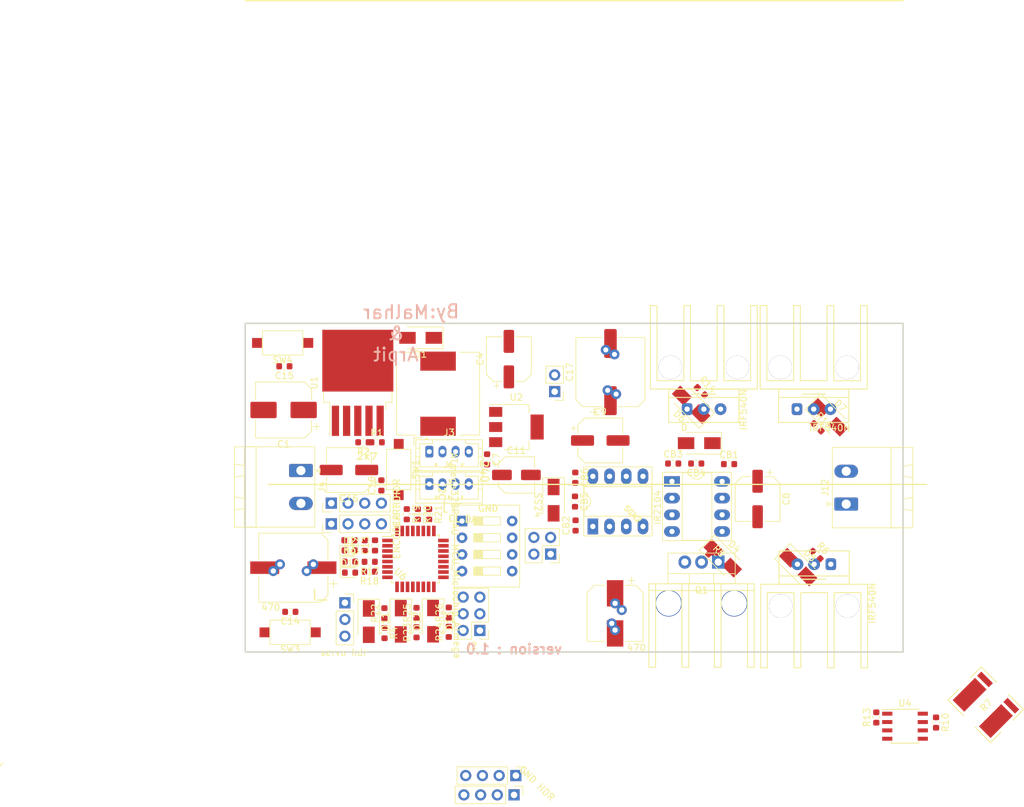
<source format=kicad_pcb>
(kicad_pcb (version 20171130) (host pcbnew "(5.0.2)-1")
  (layers (0 F.Cu signal) (31 B.Cu signal) (34 B.Paste user hide) (35 F.Paste user hide) (36 B.SilkS user hide) (37 F.SilkS user) (38 B.Mask user hide) (39 F.Mask user hide) (44 Edge.Cuts user))
  (net 0 "")
  (net 1 +5V)
  (net 2 GND)
  (net 3 +15V)
  (net 4 "Net-(D2-Pad1)")
  (net 5 "Net-(D4-Pad1)")
  (net 6 "Net-(D6-Pad1)")
  (net 7 "Net-(D12-Pad1)")
  (net 8 VCC)
  (net 9 "Net-(D1-Pad1)")
  (net 10 "Net-(D7-Pad1)")
  (net 11 "Net-(D9-Pad2)")
  (net 12 "Net-(D10-Pad2)")
  (net 13 "Net-(D11-Pad1)")
  (net 14 "Net-(R10-Pad1)")
  (net 15 "Net-(SW2-Pad1)")
  (net 16 "Net-(D5-Pad1)")
  (net 17 "Net-(C8-Pad2)")
  (net 18 "Net-(C8-Pad1)")
  (net 19 "Net-(C9-Pad2)")
  (net 20 "Net-(C9-Pad1)")
  (net 21 /RST)
  (net 22 "Net-(D4-Pad2)")
  (net 23 "Net-(D5-Pad2)")
  (net 24 "Net-(D6-Pad2)")
  (net 25 "Net-(D7-Pad2)")
  (net 26 "Net-(D13-Pad1)")
  (net 27 /SDA)
  (net 28 /SCL)
  (net 29 /MISO)
  (net 30 /SCK)
  (net 31 /MOSI)
  (net 32 /svo)
  (net 33 /B)
  (net 34 /A)
  (net 35 /SGN1)
  (net 36 /IN1)
  (net 37 /IN2)
  (net 38 /SGN2)
  (net 39 /M2)
  (net 40 /M1)
  (net 41 /IS+)
  (net 42 "Net-(R1-Pad1)")
  (net 43 /~SD)
  (net 44 /Isense)
  (net 45 "Net-(SW2-Pad2)")
  (net 46 "Net-(SW2-Pad3)")
  (net 47 "Net-(SW2-Pad4)")
  (net 48 "Net-(C14-Pad1)")
  (net 49 "Net-(C15-Pad1)")
  (net 50 "Net-(R17-Pad1)")
  (net 51 "Net-(R18-Pad1)")
  (net 52 /TX)
  (net 53 /RX)
  (net 54 "Net-(U4-Pad7)")
  (net 55 "Net-(U6-Pad10)")
  (net 56 "Net-(U6-Pad19)")
  (net 57 "Net-(U6-Pad20)")
  (net 58 "Net-(Q2-Pad3)")
  (net 59 /IS-)
  (module Connector_JST:JST_PH_B4B-PH-K_1x04_P2.00mm_Vertical (layer F.Cu) (at 133.32206 124.44984)
    (fp_text reference J1 (at 3 -2.9) (layer F.SilkS))
    (fp_text value "I2C HDR")
    (pad 4 thru_hole oval (at 6 0) (size 1.2 1.75) (drill 0.75) (layers *.Cu *.Mask) (net 1 +5V))
    (pad 3 thru_hole oval (at 4 0) (size 1.2 1.75) (drill 0.75) (layers *.Cu *.Mask) (net 2 GND))
    (pad 2 thru_hole oval (at 2 0) (size 1.2 1.75) (drill 0.75) (layers *.Cu *.Mask) (net 27 /SDA))
    (pad 1 thru_hole roundrect (at 0 0) (size 1.2 1.75) (drill 0.75) (layers *.Cu *.Mask) (roundrect_rratio 0.208333) (net 28 /SCL))
  )
  (module Connector_JST:JST_PH_B4B-PH-K_1x04_P2.00mm_Vertical (layer F.Cu) (at 133.32206 119.51716)
    (fp_text reference J3 (at 3 -2.9) (layer F.SilkS))
    (fp_text value "I2C HDR")
    (pad 1 thru_hole roundrect (at 0 0) (size 1.2 1.75) (drill 0.75) (layers *.Cu *.Mask) (roundrect_rratio 0.208333) (net 28 /SCL))
    (pad 2 thru_hole oval (at 2 0) (size 1.2 1.75) (drill 0.75) (layers *.Cu *.Mask) (net 27 /SDA))
    (pad 3 thru_hole oval (at 4 0) (size 1.2 1.75) (drill 0.75) (layers *.Cu *.Mask) (net 2 GND))
    (pad 4 thru_hole oval (at 6 0) (size 1.2 1.75) (drill 0.75) (layers *.Cu *.Mask) (net 1 +5V))
  )
  (module LED_SMD:LED_0603_1608Metric (layer F.Cu) (at 121.21137 134.539934)
    (fp_text reference D2 (at 0 -1.43) (layer F.SilkS))
    (fp_text value POWER_LED)
    (pad 1 smd roundrect (at -0.787501 0) (size 0.875 0.95) (layers F.Cu F.Paste F.Mask) (net 4 "Net-(D2-Pad1)"))
    (pad 2 smd roundrect (at 0.787501 0) (size 0.875 0.95) (layers F.Cu F.Paste F.Mask) (net 1 +5V))
  )
  (module LED_SMD:LED_0603_1608Metric (layer F.Cu) (at 121.25489 136.249359)
    (fp_text reference D9 (at 0 -1.43) (layer F.SilkS))
    (fp_text value LED)
    (pad 2 smd roundrect (at 0.787501 0) (size 0.875 0.95) (layers F.Cu F.Paste F.Mask) (net 11 "Net-(D9-Pad2)"))
    (pad 1 smd roundrect (at -0.787501 0) (size 0.875 0.95) (layers F.Cu F.Paste F.Mask) (net 2 GND))
  )
  (module LED_SMD:LED_0603_1608Metric (layer F.Cu) (at 121.274646 137.917891)
    (fp_text reference D10 (at 0 -1.43) (layer F.SilkS))
    (fp_text value LED)
    (pad 1 smd roundrect (at -0.787501 0) (size 0.875 0.95) (layers F.Cu F.Paste F.Mask) (net 2 GND))
    (pad 2 smd roundrect (at 0.787501 0) (size 0.875 0.95) (layers F.Cu F.Paste F.Mask) (net 12 "Net-(D10-Pad2)"))
  )
  (module Resistor_SMD:R_0603_1608Metric (layer F.Cu) (at 124.266038 136.270305 180)
    (fp_text reference R17 (at 0 -1.43 180) (layer F.SilkS))
    (fp_text value 540)
    (pad 2 smd roundrect (at 0.787501 0 180) (size 0.875 0.95) (layers F.Cu F.Paste F.Mask) (net 11 "Net-(D9-Pad2)"))
    (pad 1 smd roundrect (at -0.787501 0 180) (size 0.875 0.95) (layers F.Cu F.Paste F.Mask) (net 50 "Net-(R17-Pad1)"))
  )
  (module Resistor_SMD:R_0603_1608Metric (layer F.Cu) (at 136.279834 144.000976 90)
    (fp_text reference R26 (at 0 -1.43 90) (layer F.SilkS))
    (fp_text value 1K)
    (pad 1 smd roundrect (at -0.7875 0 90) (size 0.875 0.95) (layers F.Cu F.Paste F.Mask) (net 38 /SGN2))
    (pad 2 smd roundrect (at 0.7875 0 90) (size 0.875 0.95) (layers F.Cu F.Paste F.Mask) (net 26 "Net-(D13-Pad1)"))
  )
  (module Resistor_SMD:R_0603_1608Metric (layer F.Cu) (at 131.377977 144.054501 90)
    (fp_text reference R25 (at 0 -1.43 90) (layer F.SilkS))
    (fp_text value 1K)
    (pad 2 smd roundrect (at 0.7875 0 90) (size 0.875 0.95) (layers F.Cu F.Paste F.Mask) (net 7 "Net-(D12-Pad1)"))
    (pad 1 smd roundrect (at -0.7875 0 90) (size 0.875 0.95) (layers F.Cu F.Paste F.Mask) (net 35 /SGN1))
  )
  (module Resistor_SMD:R_0603_1608Metric (layer F.Cu) (at 136.279834 146.922185 90)
    (fp_text reference R24 (at 0 -1.43 90) (layer F.SilkS))
    (fp_text value 10K)
    (pad 1 smd roundrect (at -0.7875 0 90) (size 0.875 0.95) (layers F.Cu F.Paste F.Mask) (net 2 GND))
    (pad 2 smd roundrect (at 0.7875 0 90) (size 0.875 0.95) (layers F.Cu F.Paste F.Mask) (net 38 /SGN2))
  )
  (module Resistor_SMD:R_0603_1608Metric (layer F.Cu) (at 131.377977 146.99284 90)
    (fp_text reference R23 (at 0 -1.43 90) (layer F.SilkS))
    (fp_text value 10K)
    (pad 2 smd roundrect (at 0.7875 0 90) (size 0.875 0.95) (layers F.Cu F.Paste F.Mask) (net 35 /SGN1))
    (pad 1 smd roundrect (at -0.7875 0 90) (size 0.875 0.95) (layers F.Cu F.Paste F.Mask) (net 2 GND))
  )
  (module Resistor_SMD:R_0603_1608Metric (layer F.Cu) (at 126.49631 144.104729 90)
    (fp_text reference R22 (at 0 -1.43 90) (layer F.SilkS))
    (fp_text value 4K7)
    (pad 1 smd roundrect (at -0.7875 0 90) (size 0.875 0.95) (layers F.Cu F.Paste F.Mask) (net 43 /~SD))
    (pad 2 smd roundrect (at 0.7875 0 90) (size 0.875 0.95) (layers F.Cu F.Paste F.Mask) (net 13 "Net-(D11-Pad1)"))
  )
  (module Resistor_SMD:R_0603_1608Metric (layer F.Cu) (at 133.28904 129.05232 270)
    (fp_text reference R21 (at 0 -1.43 270) (layer F.SilkS))
    (fp_text value 4K7)
    (pad 2 smd roundrect (at 0.787501 0 270) (size 0.875 0.95) (layers F.Cu F.Paste F.Mask) (net 27 /SDA))
    (pad 1 smd roundrect (at -0.787501 0 270) (size 0.875 0.95) (layers F.Cu F.Paste F.Mask) (net 1 +5V))
  )
  (module Resistor_SMD:R_0603_1608Metric (layer F.Cu) (at 131.57454 129.05232 270)
    (fp_text reference R20 (at 0 -1.43 270) (layer F.SilkS))
    (fp_text value 4K7)
    (pad 1 smd roundrect (at -0.787501 0 270) (size 0.875 0.95) (layers F.Cu F.Paste F.Mask) (net 1 +5V))
    (pad 2 smd roundrect (at 0.787501 0 270) (size 0.875 0.95) (layers F.Cu F.Paste F.Mask) (net 28 /SCL))
  )
  (module Resistor_SMD:R_0603_1608Metric (layer F.Cu) (at 129.89814 129.03962 270)
    (fp_text reference R19 (at 0 -1.43 270) (layer F.SilkS))
    (fp_text value 10K)
    (pad 2 smd roundrect (at 0.787501 0 270) (size 0.875 0.95) (layers F.Cu F.Paste F.Mask) (net 21 /RST))
    (pad 1 smd roundrect (at -0.787501 0 270) (size 0.875 0.95) (layers F.Cu F.Paste F.Mask) (net 1 +5V))
  )
  (module Resistor_SMD:R_0603_1608Metric (layer F.Cu) (at 124.226524 137.771804 180)
    (fp_text reference R18 (at 0 -1.43 180) (layer F.SilkS))
    (fp_text value 540)
    (pad 1 smd roundrect (at -0.787501 0 180) (size 0.875 0.95) (layers F.Cu F.Paste F.Mask) (net 51 "Net-(R18-Pad1)"))
    (pad 2 smd roundrect (at 0.787501 0 180) (size 0.875 0.95) (layers F.Cu F.Paste F.Mask) (net 12 "Net-(D10-Pad2)"))
  )
  (module Resistor_SMD:R_0603_1608Metric (layer F.Cu) (at 174.615461 110.323447 315)
    (fp_text reference R14 (at 0 -1.43 315) (layer F.SilkS))
    (fp_text value R)
    (pad 2 smd roundrect (at 0.7875 0 315) (size 0.875 0.95) (layers F.Cu F.Paste F.Mask) (net 6 "Net-(D6-Pad1)"))
    (pad 1 smd roundrect (at -0.7875 0 315) (size 0.875 0.95) (layers F.Cu F.Paste F.Mask) (net 24 "Net-(D6-Pad2)"))
  )
  (module Resistor_SMD:R_0603_1608Metric (layer F.Cu) (at 201.26452 159.95142 90)
    (fp_text reference R13 (at 0 -1.43 90) (layer F.SilkS))
    (fp_text value 10K)
    (pad 1 smd roundrect (at -0.7875 0 90) (size 0.875 0.95) (layers F.Cu F.Paste F.Mask) (net 14 "Net-(R10-Pad1)"))
    (pad 2 smd roundrect (at 0.7875 0 90) (size 0.875 0.95) (layers F.Cu F.Paste F.Mask) (net 44 /Isense))
  )
  (module Resistor_SMD:R_0603_1608Metric (layer F.Cu) (at 210.34756 160.723821 270)
    (fp_text reference R10 (at 0 -1.43 270) (layer F.SilkS))
    (fp_text value 1K)
    (pad 2 smd roundrect (at 0.7875 0 270) (size 0.875 0.95) (layers F.Cu F.Paste F.Mask) (net 2 GND))
    (pad 1 smd roundrect (at -0.7875 0 270) (size 0.875 0.95) (layers F.Cu F.Paste F.Mask) (net 14 "Net-(R10-Pad1)"))
  )
  (module Resistor_SMD:R_0603_1608Metric (layer F.Cu) (at 125.326 118.09222)
    (fp_text reference R1 (at 0 -1.43) (layer F.SilkS))
    (fp_text value 240)
    (pad 1 smd roundrect (at -0.7875 0) (size 0.875 0.95) (layers F.Cu F.Paste F.Mask) (net 42 "Net-(R1-Pad1)"))
    (pad 2 smd roundrect (at 0.7875 0) (size 0.875 0.95) (layers F.Cu F.Paste F.Mask) (net 3 +15V))
  )
  (module Resistor_SMD:R_0603_1608Metric (layer F.Cu) (at 192.159168 135.243576 315)
    (fp_text reference R6 (at 0 -1.43 315) (layer F.SilkS))
    (fp_text value R)
    (pad 2 smd roundrect (at 0.7875 0 315) (size 0.875 0.95) (layers F.Cu F.Paste F.Mask) (net 16 "Net-(D5-Pad1)"))
    (pad 1 smd roundrect (at -0.7875 0 315) (size 0.875 0.95) (layers F.Cu F.Paste F.Mask) (net 23 "Net-(D5-Pad2)"))
  )
  (module Resistor_SMD:R_0603_1608Metric (layer F.Cu) (at 121.179494 132.998507 180)
    (fp_text reference R3 (at 0 -1.43 180) (layer F.SilkS))
    (fp_text value 540)
    (pad 1 smd roundrect (at -0.787501 0 180) (size 0.875 0.95) (layers F.Cu F.Paste F.Mask) (net 2 GND))
    (pad 2 smd roundrect (at 0.787501 0 180) (size 0.875 0.95) (layers F.Cu F.Paste F.Mask) (net 4 "Net-(D2-Pad1)"))
  )
  (module Resistor_SMD:R_0603_1608Metric (layer F.Cu) (at 126.512475 147.111454 270)
    (fp_text reference R4 (at 0 -1.43 270) (layer F.SilkS))
    (fp_text value R)
    (pad 2 smd roundrect (at 0.7875 0 270) (size 0.875 0.95) (layers F.Cu F.Paste F.Mask) (net 1 +5V))
    (pad 1 smd roundrect (at -0.7875 0 270) (size 0.875 0.95) (layers F.Cu F.Paste F.Mask) (net 43 /~SD))
  )
  (module Resistor_SMD:R_0603_1608Metric (layer F.Cu) (at 176.348709 135.642244 315)
    (fp_text reference R5 (at 0 -1.43 315) (layer F.SilkS))
    (fp_text value R)
    (pad 1 smd roundrect (at -0.7875 0 315) (size 0.875 0.95) (layers F.Cu F.Paste F.Mask) (net 22 "Net-(D4-Pad2)"))
    (pad 2 smd roundrect (at 0.7875 0 315) (size 0.875 0.95) (layers F.Cu F.Paste F.Mask) (net 5 "Net-(D4-Pad1)"))
  )
  (module Resistor_SMD:R_0603_1608Metric (layer F.Cu) (at 192.319477 115.810723 315)
    (fp_text reference R15 (at 0 -1.43 315) (layer F.SilkS))
    (fp_text value R)
    (pad 2 smd roundrect (at 0.7875 0 315) (size 0.875 0.95) (layers F.Cu F.Paste F.Mask) (net 10 "Net-(D7-Pad1)"))
    (pad 1 smd roundrect (at -0.7875 0 315) (size 0.875 0.95) (layers F.Cu F.Paste F.Mask) (net 25 "Net-(D7-Pad2)"))
  )
  (module Resistor_SMD:R_0603_1608Metric (layer F.Cu) (at 123.29428 118.09222 180)
    (fp_text reference R2 (at 0 -1.43 180) (layer F.SilkS))
    (fp_text value 2k7)
    (pad 1 smd roundrect (at -0.7875 0 180) (size 0.875 0.95) (layers F.Cu F.Paste F.Mask) (net 42 "Net-(R1-Pad1)"))
    (pad 2 smd roundrect (at 0.7875 0 180) (size 0.875 0.95) (layers F.Cu F.Paste F.Mask) (net 2 GND))
  )
  (module Capacitor_SMD:CP_Elec_6.3x5.7 (layer F.Cu) (at 121.10466 122.30862 180)
    (fp_text reference C16 (at 0 -4.35 180) (layer F.SilkS))
    (fp_text value 470)
    (pad 1 smd roundrect (at -2.7 0 180) (size 3.5 1.6) (layers F.Cu F.Paste F.Mask) (roundrect_rratio 0.15625) (net 3 +15V))
    (pad 2 smd roundrect (at 2.7 0 180) (size 3.5 1.6) (layers F.Cu F.Paste F.Mask) (roundrect_rratio 0.15625) (net 2 GND))
  )
  (module Capacitor_SMD:C_0603_1608Metric (layer F.Cu) (at 142.1003 120.69328 270)
    (fp_text reference C7 (at 0 -1.43 270) (layer F.SilkS))
    (fp_text value C)
    (pad 2 smd roundrect (at 0.7875 0 270) (size 0.875 0.95) (layers F.Cu F.Paste F.Mask) (net 2 GND))
    (pad 1 smd roundrect (at -0.7875 0 270) (size 0.875 0.95) (layers F.Cu F.Paste F.Mask) (net 1 +5V))
  )
  (module Capacitor_SMD:C_0603_1608Metric (layer F.Cu) (at 123.501336 133.812336 90)
    (fp_text reference C12 (at 0 -1.43 90) (layer F.SilkS))
    (fp_text value C_Small)
    (pad 1 smd roundrect (at -0.787501 0 90) (size 0.875 0.95) (layers F.Cu F.Paste F.Mask) (net 1 +5V))
    (pad 2 smd roundrect (at 0.787501 0 90) (size 0.875 0.95) (layers F.Cu F.Paste F.Mask) (net 2 GND))
  )
  (module Capacitor_SMD:C_0603_1608Metric (layer F.Cu) (at 155.509905 123.471047 270)
    (fp_text reference CB6 (at 0 -1.43 270) (layer F.SilkS))
    (fp_text value .1u)
    (pad 2 smd roundrect (at 0.7875 0 270) (size 0.875 0.95) (layers F.Cu F.Paste F.Mask) (net 19 "Net-(C9-Pad2)"))
    (pad 1 smd roundrect (at -0.7875 0 270) (size 0.875 0.95) (layers F.Cu F.Paste F.Mask) (net 20 "Net-(C9-Pad1)"))
  )
  (module Capacitor_SMD:C_0603_1608Metric (layer F.Cu) (at 155.465004 127.108051 270)
    (fp_text reference CB5 (at 0 -1.43 270) (layer F.SilkS))
    (fp_text value .1uF)
    (pad 1 smd roundrect (at -0.7875 0 270) (size 0.875 0.95) (layers F.Cu F.Paste F.Mask) (net 3 +15V))
    (pad 2 smd roundrect (at 0.7875 0 270) (size 0.875 0.95) (layers F.Cu F.Paste F.Mask) (net 2 GND))
  )
  (module Capacitor_SMD:C_0603_1608Metric (layer F.Cu) (at 170.392446 121.326416)
    (fp_text reference CB3 (at 0 -1.43) (layer F.SilkS))
    (fp_text value .1uF)
    (pad 2 smd roundrect (at 0.7875 0) (size 0.875 0.95) (layers F.Cu F.Paste F.Mask) (net 2 GND))
    (pad 1 smd roundrect (at -0.7875 0) (size 0.875 0.95) (layers F.Cu F.Paste F.Mask) (net 3 +15V))
  )
  (module Capacitor_SMD:C_0603_1608Metric (layer F.Cu) (at 155.554806 130.750481 90)
    (fp_text reference CB2 (at 0 -1.43 90) (layer F.SilkS))
    (fp_text value 1uF)
    (pad 1 smd roundrect (at -0.7875 0 90) (size 0.875 0.95) (layers F.Cu F.Paste F.Mask) (net 3 +15V))
    (pad 2 smd roundrect (at 0.7875 0 90) (size 0.875 0.95) (layers F.Cu F.Paste F.Mask) (net 2 GND))
  )
  (module Capacitor_SMD:C_0603_1608Metric (layer F.Cu) (at 126.03226 124.65314 90)
    (fp_text reference C10 (at 0 -1.43 90) (layer F.SilkS))
    (fp_text value C_Small)
    (pad 2 smd roundrect (at 0.7875 0 90) (size 0.875 0.95) (layers F.Cu F.Paste F.Mask) (net 2 GND))
    (pad 1 smd roundrect (at -0.7875 0 90) (size 0.875 0.95) (layers F.Cu F.Paste F.Mask) (net 21 /RST))
  )
  (module Capacitor_SMD:C_0603_1608Metric (layer F.Cu) (at 111.2901 106.53268 180)
    (fp_text reference C15 (at 0 -1.43 180) (layer F.SilkS))
    (fp_text value C_Small)
    (pad 1 smd roundrect (at -0.7875 0 180) (size 0.875 0.95) (layers F.Cu F.Paste F.Mask) (net 49 "Net-(C15-Pad1)"))
    (pad 2 smd roundrect (at 0.7875 0 180) (size 0.875 0.95) (layers F.Cu F.Paste F.Mask) (net 2 GND))
  )
  (module Capacitor_SMD:C_0603_1608Metric (layer F.Cu) (at 112.19444 143.88084 180)
    (fp_text reference C14 (at 0 -1.43 180) (layer F.SilkS))
    (fp_text value C_Small)
    (pad 2 smd roundrect (at 0.7875 0 180) (size 0.875 0.95) (layers F.Cu F.Paste F.Mask) (net 2 GND))
    (pad 1 smd roundrect (at -0.7875 0 180) (size 0.875 0.95) (layers F.Cu F.Paste F.Mask) (net 48 "Net-(C14-Pad1)"))
  )
  (module Capacitor_SMD:C_0603_1608Metric (layer F.Cu) (at 125.067493 133.784429 90)
    (fp_text reference C13 (at 0 -1.43 90) (layer F.SilkS))
    (fp_text value C_Small)
    (pad 1 smd roundrect (at -0.787501 0 90) (size 0.875 0.95) (layers F.Cu F.Paste F.Mask) (net 1 +5V))
    (pad 2 smd roundrect (at 0.787501 0 90) (size 0.875 0.95) (layers F.Cu F.Paste F.Mask) (net 2 GND))
  )
  (module Capacitor_SMD:C_0603_1608Metric (layer F.Cu) (at 178.884215 121.416219)
    (fp_text reference CB1 (at 0 -1.43) (layer F.SilkS))
    (fp_text value .1)
    (pad 2 smd roundrect (at 0.7875 0) (size 0.875 0.95) (layers F.Cu F.Paste F.Mask) (net 17 "Net-(C8-Pad2)"))
    (pad 1 smd roundrect (at -0.7875 0) (size 0.875 0.95) (layers F.Cu F.Paste F.Mask) (net 18 "Net-(C8-Pad1)"))
  )
  (module Capacitor_SMD:C_0603_1608Metric (layer F.Cu) (at 173.894746 121.326416 180)
    (fp_text reference CB4 (at 0 -1.43 180) (layer F.SilkS))
    (fp_text value 1uF)
    (pad 1 smd roundrect (at -0.7875 0 180) (size 0.875 0.95) (layers F.Cu F.Paste F.Mask) (net 3 +15V))
    (pad 2 smd roundrect (at 0.7875 0 180) (size 0.875 0.95) (layers F.Cu F.Paste F.Mask) (net 2 GND))
  )
  (module Button_Switch_SMD:SW_SPST_CK_RS282G05A3 (layer F.Cu) (at 111.02848 102.98176 180)
    (fp_text reference SW4 (at 0 -2.6 180) (layer F.SilkS))
    (fp_text value SW_Push)
    (pad 1 smd rect (at -3.9 0 180) (size 1.5 1.5) (layers F.Cu F.Paste F.Mask) (net 49 "Net-(C15-Pad1)"))
    (pad 2 smd rect (at 3.9 0 180) (size 1.5 1.5) (layers F.Cu F.Paste F.Mask) (net 2 GND))
  )
  (module Button_Switch_SMD:SW_SPST_CK_RS282G05A3 (layer F.Cu) (at 112.16132 147.0025 180)
    (fp_text reference SW3 (at 0 -2.6 180) (layer F.SilkS))
    (fp_text value SW_Push)
    (pad 2 smd rect (at 3.9 0 180) (size 1.5 1.5) (layers F.Cu F.Paste F.Mask) (net 2 GND))
    (pad 1 smd rect (at -3.9 0 180) (size 1.5 1.5) (layers F.Cu F.Paste F.Mask) (net 48 "Net-(C14-Pad1)"))
  )
  (module Button_Switch_SMD:SW_SPST_CK_RS282G05A3 (layer F.Cu) (at 128.67386 122.24004 270)
    (fp_text reference SW1 (at 0 -2.6 270) (layer F.SilkS))
    (fp_text value SW_Push)
    (pad 1 smd rect (at -3.9 0 270) (size 1.5 1.5) (layers F.Cu F.Paste F.Mask) (net 2 GND))
    (pad 2 smd rect (at 3.9 0 270) (size 1.5 1.5) (layers F.Cu F.Paste F.Mask) (net 21 /RST))
  )
  (module Diode_SMD:D_SMA (layer F.Cu) (at 124.123726 145.370915 270)
    (fp_text reference D11 (at 0 -2.5 270) (layer F.SilkS))
    (fp_text value 5.1V)
    (pad 1 smd rect (at -2.000001 0 270) (size 2.5 1.8) (layers F.Cu F.Paste F.Mask) (net 13 "Net-(D11-Pad1)"))
    (pad 2 smd rect (at 2.000001 0 270) (size 2.5 1.8) (layers F.Cu F.Paste F.Mask) (net 2 GND))
  )
  (module Diode_SMD:D_SMA (layer F.Cu) (at 128.985636 145.318891 270)
    (fp_text reference D12 (at 0 -2.5 270) (layer F.SilkS))
    (fp_text value 5.1V)
    (pad 2 smd rect (at 2.000001 0 270) (size 2.5 1.8) (layers F.Cu F.Paste F.Mask) (net 2 GND))
    (pad 1 smd rect (at -2.000001 0 270) (size 2.5 1.8) (layers F.Cu F.Paste F.Mask) (net 7 "Net-(D12-Pad1)"))
  )
  (module Diode_SMD:D_SMA (layer F.Cu) (at 133.88929 145.29756 270)
    (fp_text reference D13 (at 0 -2.5 270) (layer F.SilkS))
    (fp_text value 5.1V)
    (pad 1 smd rect (at -2.000001 0 270) (size 2.5 1.8) (layers F.Cu F.Paste F.Mask) (net 26 "Net-(D13-Pad1)"))
    (pad 2 smd rect (at 2.000001 0 270) (size 2.5 1.8) (layers F.Cu F.Paste F.Mask) (net 2 GND))
  )
  (module Connector_Phoenix_MSTB:PhoenixContact_MSTBA_2,5_2-G_1x02_P5.00mm_Horizontal (layer F.Cu) (at 196.69506 127.49784 90)
    (fp_text reference J12 (at 2.5 -3.2 90) (layer F.SilkS))
    (fp_text value motor)
    (pad 1 thru_hole roundrect (at 0 0 90) (size 2 3.6) (drill 1.4) (layers *.Cu *.Mask) (roundrect_rratio 0.125) (net 39 /M2))
    (pad 2 thru_hole oval (at 5 0 90) (size 2 3.6) (drill 1.4) (layers *.Cu *.Mask) (net 40 /M1))
  )
  (module Diode_SMD:D_SMA (layer F.Cu) (at 132.0038 102.20706 180)
    (fp_text reference D1 (at 0 -2.5 180) (layer F.SilkS))
    (fp_text value SS24)
    (pad 1 smd rect (at -2 0 180) (size 2.5 1.8) (layers F.Cu F.Paste F.Mask) (net 9 "Net-(D1-Pad1)"))
    (pad 2 smd rect (at 2 0 180) (size 2.5 1.8) (layers F.Cu F.Paste F.Mask) (net 2 GND))
  )
  (module Capacitor_SMD:CP_Elec_5x4.4 (layer F.Cu) (at 146.56054 123.06046)
    (fp_text reference C11 (at 0 -3.7) (layer F.SilkS))
    (fp_text value CP_Small)
    (pad 1 smd roundrect (at -2.2 0) (size 3 1.6) (layers F.Cu F.Paste F.Mask) (roundrect_rratio 0.15625) (net 1 +5V))
    (pad 2 smd roundrect (at 2.2 0) (size 3 1.6) (layers F.Cu F.Paste F.Mask) (roundrect_rratio 0.15625) (net 2 GND))
  )
  (module Capacitor_SMD:CP_Elec_6.3x5.7 (layer F.Cu) (at 183.2229 126.7206 270)
    (fp_text reference C8 (at 0 -4.35 270) (layer F.SilkS))
    (fp_text value 22u)
    (pad 2 smd roundrect (at 2.7 0 270) (size 3.5 1.6) (layers F.Cu F.Paste F.Mask) (roundrect_rratio 0.15625) (net 17 "Net-(C8-Pad2)"))
    (pad 1 smd roundrect (at -2.7 0 270) (size 3.5 1.6) (layers F.Cu F.Paste F.Mask) (roundrect_rratio 0.15625) (net 18 "Net-(C8-Pad1)"))
  )
  (module Capacitor_SMD:CP_Elec_6.3x5.7 (layer F.Cu) (at 159.310349 117.82067)
    (fp_text reference C9 (at 0 -4.35) (layer F.SilkS))
    (fp_text value 22u)
    (pad 1 smd roundrect (at -2.7 0) (size 3.5 1.6) (layers F.Cu F.Paste F.Mask) (roundrect_rratio 0.15625) (net 20 "Net-(C9-Pad1)"))
    (pad 2 smd roundrect (at 2.7 0) (size 3.5 1.6) (layers F.Cu F.Paste F.Mask) (roundrect_rratio 0.15625) (net 19 "Net-(C9-Pad2)"))
  )
  (module Capacitor_SMD:CP_Elec_8x6.2 (layer F.Cu) (at 111.17326 113.17986 180)
    (fp_text reference C1 (at 0 -5.2 180) (layer F.SilkS))
    (fp_text value 470)
    (pad 1 smd roundrect (at -3.05 0 180) (size 4 2.5) (layers F.Cu F.Paste F.Mask) (roundrect_rratio 0.1) (net 8 VCC))
    (pad 2 smd roundrect (at 3.05 0 180) (size 4 2.5) (layers F.Cu F.Paste F.Mask) (roundrect_rratio 0.1) (net 2 GND))
  )
  (module Connector_Phoenix_MSTB:PhoenixContact_MSTBA_2,5_2-G_1x02_P5.00mm_Horizontal (layer F.Cu) (at 113.8047 122.39244 270)
    (fp_text reference J4 (at 2.5 -3.2 270) (layer F.SilkS))
    (fp_text value Screw_Terminal_01x02)
    (pad 1 thru_hole roundrect (at 0 0 270) (size 2 3.6) (drill 1.4) (layers *.Cu *.Mask) (roundrect_rratio 0.125) (net 8 VCC))
    (pad 2 thru_hole oval (at 5 0 270) (size 2 3.6) (drill 1.4) (layers *.Cu *.Mask) (net 2 GND))
  )
  (module kicad-library:Shunt_Resistor-2mohm (layer F.Cu) (at 217.884077 158.084494 315)
    (fp_text reference R7 (at 0.0762 -0.0508 45) (layer F.SilkS))
    (fp_text value R_Shunt)
    (pad 1 smd rect (at -2.8394 0.5972 315) (size 2.5 4.8) (layers F.Cu F.Paste F.Mask) (net 58 "Net-(Q2-Pad3)"))
    (pad 2 smd rect (at -2.8394 -2.7028 315) (size 2.5 0.9) (layers F.Cu F.Paste F.Mask) (net 41 /IS+))
    (pad 4 smd rect (at 2.8106 0.5972 315) (size 2.5 4.8) (layers F.Cu F.Paste F.Mask) (net 2 GND))
    (pad 3 smd rect (at 2.8106 -2.7028 315) (size 2.5 0.9) (layers F.Cu F.Paste F.Mask) (net 59 /IS-))
  )
  (module Capacitor_SMD:CP_Elec_10x7.9 (layer F.Cu) (at 160.8582 107.4166 90)
    (fp_text reference C17 (at 0 -6.2 90) (layer F.SilkS))
    (fp_text value 470)
    (pad 2 smd roundrect (at 4.349999 0 90) (size 4.4 1.9) (layers F.Cu F.Paste F.Mask) (roundrect_rratio 0.131579) (net 2 GND))
    (pad 1 smd roundrect (at -4.349999 0 90) (size 4.4 1.9) (layers F.Cu F.Paste F.Mask) (roundrect_rratio 0.131579) (net 8 VCC))
    (pad 1 thru_hole circle (at -2.7686 -0.4318 90) (size 1.524 1.524) (drill 0.762) (layers *.Cu *.Mask) (net 8 VCC))
    (pad 1 thru_hole circle (at -3.3528 0.8636 90) (size 1.524 1.524) (drill 0.762) (layers *.Cu *.Mask) (net 8 VCC))
    (pad 2 thru_hole circle (at 2.6924 0.6096 90) (size 1.524 1.524) (drill 0.762) (layers *.Cu *.Mask) (net 2 GND))
    (pad 2 thru_hole circle (at 3.3782 -0.7112 90) (size 1.524 1.524) (drill 0.762) (layers *.Cu *.Mask) (net 2 GND))
  )
  (module kicad-library:TO-220-3_Vertical (layer F.Cu) (at 177.241517 136.315933 180)
    (fp_text reference Q1 (at 2.54 -4.27 180) (layer F.SilkS))
    (fp_text value IRF540N)
    (pad 1 thru_hole rect (at 0 0 180) (size 1.905 2) (drill 1.1) (layers *.Cu *.Mask) (net 22 "Net-(D4-Pad2)"))
    (pad 2 thru_hole oval (at 2.54 0 180) (size 1.905 2) (drill 1.1) (layers *.Cu *.Mask) (net 8 VCC))
    (pad 3 thru_hole oval (at 5.079999 0 180) (size 1.905 2) (drill 1.1) (layers *.Cu *.Mask) (net 40 /M1))
    (pad 2 thru_hole circle (at -2.413 -6.2738 180) (size 4 4) (drill 3.8) (layers *.Cu *.Mask) (net 8 VCC))
    (pad 2 thru_hole circle (at 7.543801 -6.2738 180) (size 4 4) (drill 3.8) (layers *.Cu *.Mask) (net 8 VCC))
  )
  (module Capacitor_SMD:CP_Elec_6.3x5.7 (layer F.Cu) (at 145.41246 105.44556 90)
    (fp_text reference C4 (at 0 -4.35 90) (layer F.SilkS))
    (fp_text value CP)
    (pad 1 smd roundrect (at -2.7 0 90) (size 3.5 1.6) (layers F.Cu F.Paste F.Mask) (roundrect_rratio 0.15625) (net 3 +15V))
    (pad 2 smd roundrect (at 2.7 0 90) (size 3.5 1.6) (layers F.Cu F.Paste F.Mask) (roundrect_rratio 0.15625) (net 2 GND))
  )
  (module Connector_PinHeader_2.54mm:PinHeader_2x03_P2.54mm_Vertical (layer F.Cu) (at 141.00556 146.723099 180)
    (fp_text reference J2 (at 1.27 -2.33 180) (layer F.SilkS))
    (fp_text value AVR-ISP-6)
    (pad 1 thru_hole rect (at 0 0 180) (size 1.7 1.7) (drill 1) (layers *.Cu *.Mask) (net 29 /MISO))
    (pad 2 thru_hole oval (at 2.54 0 180) (size 1.7 1.7) (drill 1) (layers *.Cu *.Mask) (net 1 +5V))
    (pad 3 thru_hole oval (at 0 2.54 180) (size 1.7 1.7) (drill 1) (layers *.Cu *.Mask) (net 30 /SCK))
    (pad 4 thru_hole oval (at 2.54 2.54 180) (size 1.7 1.7) (drill 1) (layers *.Cu *.Mask) (net 31 /MOSI))
    (pad 5 thru_hole oval (at 0 5.079999 180) (size 1.7 1.7) (drill 1) (layers *.Cu *.Mask) (net 21 /RST))
    (pad 6 thru_hole oval (at 2.54 5.08 180) (size 1.7 1.7) (drill 1) (layers *.Cu *.Mask) (net 2 GND))
  )
  (module Diode_SMD:D_SMA (layer F.Cu) (at 194.053572 114.297557 315)
    (fp_text reference D7 (at 0 -2.5 315) (layer F.SilkS))
    (fp_text value D)
    (pad 2 smd rect (at 2 0 315) (size 2.5 1.8) (layers F.Cu F.Paste F.Mask) (net 25 "Net-(D7-Pad2)"))
    (pad 1 smd rect (at -2 0 315) (size 2.5 1.8) (layers F.Cu F.Paste F.Mask) (net 10 "Net-(D7-Pad1)"))
  )
  (module Diode_SMD:D_SMA (layer F.Cu) (at 189.397746 137.080045 315)
    (fp_text reference D5 (at 0 -2.5 315) (layer F.SilkS))
    (fp_text value D)
    (pad 1 smd rect (at -2 0 315) (size 2.5 1.8) (layers F.Cu F.Paste F.Mask) (net 16 "Net-(D5-Pad1)"))
    (pad 2 smd rect (at 2 0 315) (size 2.5 1.8) (layers F.Cu F.Paste F.Mask) (net 23 "Net-(D5-Pad2)"))
  )
  (module Diode_SMD:D_SMA (layer F.Cu) (at 177.926887 135.744067 315)
    (fp_text reference D4 (at 0 -2.5 315) (layer F.SilkS))
    (fp_text value D)
    (pad 2 smd rect (at 2 0 315) (size 2.5 1.8) (layers F.Cu F.Paste F.Mask) (net 22 "Net-(D4-Pad2)"))
    (pad 1 smd rect (at -2 0 315) (size 2.5 1.8) (layers F.Cu F.Paste F.Mask) (net 5 "Net-(D4-Pad1)"))
  )
  (module Diode_SMD:D_SMA (layer F.Cu) (at 173.126704 112.38728 135)
    (fp_text reference D6 (at 0 -2.5 135) (layer F.SilkS))
    (fp_text value D)
    (pad 1 smd rect (at -2 0 135) (size 2.5 1.8) (layers F.Cu F.Paste F.Mask) (net 6 "Net-(D6-Pad1)"))
    (pad 2 smd rect (at 2 0 135) (size 2.5 1.8) (layers F.Cu F.Paste F.Mask) (net 24 "Net-(D6-Pad2)"))
  )
  (module Package_SO:SOIC-8_3.9x4.9mm_P1.27mm (layer F.Cu) (at 205.63078 161.27984)
    (fp_text reference U4 (at 0 -3.5) (layer F.SilkS))
    (fp_text value LM358)
    (pad 1 smd rect (at -2.7 -1.905) (size 1.55 0.6) (layers F.Cu F.Paste F.Mask) (net 44 /Isense))
    (pad 2 smd rect (at -2.7 -0.635) (size 1.55 0.6) (layers F.Cu F.Paste F.Mask) (net 14 "Net-(R10-Pad1)"))
    (pad 3 smd rect (at -2.7 0.635) (size 1.55 0.6) (layers F.Cu F.Paste F.Mask) (net 41 /IS+))
    (pad 4 smd rect (at -2.7 1.905) (size 1.55 0.6) (layers F.Cu F.Paste F.Mask) (net 2 GND))
    (pad 5 smd rect (at 2.7 1.905) (size 1.55 0.6) (layers F.Cu F.Paste F.Mask) (net 2 GND))
    (pad 6 smd rect (at 2.7 0.635) (size 1.55 0.6) (layers F.Cu F.Paste F.Mask) (net 2 GND))
    (pad 7 smd rect (at 2.7 -0.635) (size 1.55 0.6) (layers F.Cu F.Paste F.Mask) (net 54 "Net-(U4-Pad7)"))
    (pad 8 smd rect (at 2.7 -1.905) (size 1.55 0.6) (layers F.Cu F.Paste F.Mask) (net 1 +5V))
  )
  (module Package_TO_SOT_SMD:SOT-223-3_TabPin2 (layer F.Cu) (at 146.56054 115.7732)
    (fp_text reference U2 (at 0 -4.5) (layer F.SilkS))
    (fp_text value L7805)
    (pad 2 smd rect (at 3.149999 0) (size 2 3.8) (layers F.Cu F.Paste F.Mask) (net 2 GND))
    (pad 2 smd rect (at -3.149999 0) (size 2 1.5) (layers F.Cu F.Paste F.Mask) (net 2 GND))
    (pad 3 smd rect (at -3.15 2.3) (size 2 1.5) (layers F.Cu F.Paste F.Mask) (net 1 +5V))
    (pad 1 smd rect (at -3.15 -2.3) (size 2 1.5) (layers F.Cu F.Paste F.Mask) (net 3 +15V))
  )
  (module Package_TO_SOT_SMD:TO-263-5_TabPin3 (layer F.Cu) (at 122.45086 109.05236 90)
    (fp_text reference U1 (at 0 -6.65 90) (layer F.SilkS))
    (fp_text value LM2576HVS-ADJ)
    (pad 1 smd rect (at -5.775 -3.4 90) (size 4.6 1.1) (layers F.Cu F.Paste F.Mask) (net 8 VCC))
    (pad 2 smd rect (at -5.775 -1.7 90) (size 4.6 1.1) (layers F.Cu F.Paste F.Mask) (net 9 "Net-(D1-Pad1)"))
    (pad 3 smd rect (at -5.775 0 90) (size 4.6 1.1) (layers F.Cu F.Paste F.Mask) (net 2 GND))
    (pad 4 smd rect (at -5.775 1.7 90) (size 4.6 1.1) (layers F.Cu F.Paste F.Mask) (net 42 "Net-(R1-Pad1)"))
    (pad 5 smd rect (at -5.775 3.4 90) (size 4.6 1.1) (layers F.Cu F.Paste F.Mask) (net 2 GND))
    (pad 3 smd rect (at 3.375 0 90) (size 9.4 10.8) (layers F.Cu F.Mask) (net 2 GND))
  )
  (module TO220_HS_SCREW:TO220_HS_SCREW (layer F.Cu) (at 194.353773 136.644326 180)
    (fp_text reference Q2 hide)
    (fp_text value IRF540N (at -6.308453 -5.943586 90) (layer F.SilkS))
    (pad 2 thru_hole circle (at -2.54 -6.350001 180) (size 3.556 3.556) (drill 3.556) (layers *.Cu *.Mask) (net 40 /M1) (clearance 1))
    (pad 2 thru_hole circle (at 7.62 -6.350001 180) (size 3.556 3.556) (drill 3.556) (layers *.Cu *.Mask) (net 40 /M1) (clearance 1))
    (pad 3 thru_hole circle (at 5.079999 0 180) (size 1.8 1.8) (drill 0.8) (layers *.Cu *.Mask) (net 58 "Net-(Q2-Pad3)"))
    (pad 2 thru_hole circle (at 2.54 0 180) (size 1.8 1.8) (drill 0.8) (layers *.Cu *.Mask) (net 40 /M1))
    (pad 1 thru_hole roundrect (at 0 0 180) (size 1.6 1.8) (drill 0.8) (layers *.Cu *.Mask) (net 23 "Net-(D5-Pad2)"))
  )
  (module Package_DIP:DIP-8_W7.62mm_Socket_LongPads (layer F.Cu) (at 170.209695 124.045154)
    (fp_text reference U3 hide)
    (fp_text value IR2104)
    (pad 8 thru_hole oval (at 7.62 0) (size 2.4 1.6) (drill 0.8) (layers *.Cu *.Mask) (net 18 "Net-(C8-Pad1)"))
    (pad 4 thru_hole oval (at 0 7.62) (size 2.4 1.6) (drill 0.8) (layers *.Cu *.Mask) (net 2 GND))
    (pad 7 thru_hole oval (at 7.62 2.54) (size 2.4 1.6) (drill 0.8) (layers *.Cu *.Mask) (net 5 "Net-(D4-Pad1)"))
    (pad 3 thru_hole oval (at 0 5.079999) (size 2.4 1.6) (drill 0.8) (layers *.Cu *.Mask) (net 43 /~SD))
    (pad 6 thru_hole oval (at 7.62 5.08) (size 2.4 1.6) (drill 0.8) (layers *.Cu *.Mask) (net 17 "Net-(C8-Pad2)"))
    (pad 2 thru_hole oval (at 0 2.54) (size 2.4 1.6) (drill 0.8) (layers *.Cu *.Mask) (net 36 /IN1))
    (pad 5 thru_hole oval (at 7.62 7.62) (size 2.4 1.6) (drill 0.8) (layers *.Cu *.Mask) (net 16 "Net-(D5-Pad1)"))
    (pad 1 thru_hole rect (at 0 0) (size 2.4 1.6) (drill 0.8) (layers *.Cu *.Mask) (net 3 +15V))
  )
  (module Connector_PinHeader_2.54mm:PinHeader_1x04_P2.54mm_Vertical (layer F.Cu) (at 118.427501 130.5052 90)
    (fp_text reference J10 hide)
    (fp_text value "ENCODER HDR" (at 0 9.95 90) (layer F.SilkS))
    (pad 4 thru_hole oval (at 0 7.62 90) (size 1.7 1.7) (drill 1) (layers *.Cu *.Mask) (net 34 /A))
    (pad 3 thru_hole oval (at 0 5.079999 90) (size 1.7 1.7) (drill 1) (layers *.Cu *.Mask) (net 33 /B))
    (pad 2 thru_hole oval (at 0 2.54 90) (size 1.7 1.7) (drill 1) (layers *.Cu *.Mask) (net 1 +5V))
    (pad 1 thru_hole rect (at 0 0 90) (size 1.7 1.7) (drill 1) (layers *.Cu *.Mask) (net 2 GND))
  )
  (module Package_QFP:TQFP-32_7x7mm_P0.8mm (layer F.Cu) (at 131.21386 135.83158)
    (fp_text reference U6 (at -2.283871 2.322726 -45) (layer F.SilkS))
    (fp_text value ATmega328P-AU-MCU_Microchip_ATmega (at 6.08191 -0.490852 -89) (layer F.SilkS))
    (pad 1 smd rect (at -4.25 -2.8) (size 1.6 0.55) (layers F.Cu F.Paste F.Mask) (net 33 /B))
    (pad 2 smd rect (at -4.25 -2) (size 1.6 0.55) (layers F.Cu F.Paste F.Mask) (net 49 "Net-(C15-Pad1)"))
    (pad 3 smd rect (at -4.25 -1.2) (size 1.6 0.55) (layers F.Cu F.Paste F.Mask) (net 2 GND))
    (pad 4 smd rect (at -4.25 -0.4) (size 1.6 0.55) (layers F.Cu F.Paste F.Mask) (net 1 +5V))
    (pad 5 smd rect (at -4.25 0.4) (size 1.6 0.55) (layers F.Cu F.Paste F.Mask) (net 2 GND))
    (pad 6 smd rect (at -4.25 1.2) (size 1.6 0.55) (layers F.Cu F.Paste F.Mask) (net 1 +5V))
    (pad 7 smd rect (at -4.25 2) (size 1.6 0.55) (layers F.Cu F.Paste F.Mask) (net 50 "Net-(R17-Pad1)"))
    (pad 8 smd rect (at -4.25 2.8) (size 1.6 0.55) (layers F.Cu F.Paste F.Mask) (net 51 "Net-(R18-Pad1)"))
    (pad 9 smd rect (at -2.8 4.25 90) (size 1.6 0.55) (layers F.Cu F.Paste F.Mask) (net 48 "Net-(C14-Pad1)"))
    (pad 10 smd rect (at -2 4.25 90) (size 1.6 0.55) (layers F.Cu F.Paste F.Mask) (net 55 "Net-(U6-Pad10)"))
    (pad 11 smd rect (at -1.2 4.25 90) (size 1.6 0.55) (layers F.Cu F.Paste F.Mask) (net 13 "Net-(D11-Pad1)"))
    (pad 12 smd rect (at -0.4 4.25 90) (size 1.6 0.55) (layers F.Cu F.Paste F.Mask) (net 32 /svo))
    (pad 13 smd rect (at 0.4 4.25 90) (size 1.6 0.55) (layers F.Cu F.Paste F.Mask) (net 7 "Net-(D12-Pad1)"))
    (pad 14 smd rect (at 1.2 4.25 90) (size 1.6 0.55) (layers F.Cu F.Paste F.Mask) (net 26 "Net-(D13-Pad1)"))
    (pad 15 smd rect (at 2 4.25 90) (size 1.6 0.55) (layers F.Cu F.Paste F.Mask) (net 31 /MOSI))
    (pad 16 smd rect (at 2.8 4.25 90) (size 1.6 0.55) (layers F.Cu F.Paste F.Mask) (net 29 /MISO))
    (pad 17 smd rect (at 4.25 2.8) (size 1.6 0.55) (layers F.Cu F.Paste F.Mask) (net 30 /SCK))
    (pad 18 smd rect (at 4.25 2) (size 1.6 0.55) (layers F.Cu F.Paste F.Mask) (net 1 +5V))
    (pad 19 smd rect (at 4.25 1.2) (size 1.6 0.55) (layers F.Cu F.Paste F.Mask) (net 56 "Net-(U6-Pad19)"))
    (pad 20 smd rect (at 4.25 0.4) (size 1.6 0.55) (layers F.Cu F.Paste F.Mask) (net 57 "Net-(U6-Pad20)"))
    (pad 21 smd rect (at 4.25 -0.4) (size 1.6 0.55) (layers F.Cu F.Paste F.Mask) (net 2 GND))
    (pad 22 smd rect (at 4.25 -1.2) (size 1.6 0.55) (layers F.Cu F.Paste F.Mask) (net 44 /Isense))
    (pad 23 smd rect (at 4.25 -2) (size 1.6 0.55) (layers F.Cu F.Paste F.Mask) (net 47 "Net-(SW2-Pad4)"))
    (pad 24 smd rect (at 4.25 -2.8) (size 1.6 0.55) (layers F.Cu F.Paste F.Mask) (net 46 "Net-(SW2-Pad3)"))
    (pad 25 smd rect (at 2.8 -4.25 90) (size 1.6 0.55) (layers F.Cu F.Paste F.Mask) (net 45 "Net-(SW2-Pad2)"))
    (pad 26 smd rect (at 2 -4.25 90) (size 1.6 0.55) (layers F.Cu F.Paste F.Mask) (net 15 "Net-(SW2-Pad1)"))
    (pad 27 smd rect (at 1.2 -4.25 90) (size 1.6 0.55) (layers F.Cu F.Paste F.Mask) (net 27 /SDA))
    (pad 28 smd rect (at 0.4 -4.25 90) (size 1.6 0.55) (layers F.Cu F.Paste F.Mask) (net 28 /SCL))
    (pad 29 smd rect (at -0.4 -4.25 90) (size 1.6 0.55) (layers F.Cu F.Paste F.Mask) (net 21 /RST))
    (pad 30 smd rect (at -1.2 -4.25 90) (size 1.6 0.55) (layers F.Cu F.Paste F.Mask) (net 53 /RX))
    (pad 31 smd rect (at -2 -4.25 90) (size 1.6 0.55) (layers F.Cu F.Paste F.Mask) (net 52 /TX))
    (pad 32 smd rect (at -2.8 -4.25 90) (size 1.6 0.55) (layers F.Cu F.Paste F.Mask) (net 34 /A))
  )
  (module Capacitor_SMD:CP_Elec_8x6.2 (layer F.Cu) (at 161.55924 144.11706 270)
    (fp_text reference C2 hide)
    (fp_text value 470 (at 5.204023 -3.250711 180) (layer F.SilkS))
    (pad 2 smd rect (at 3.049999 -0.000001 270) (size 4 2.5) (layers F.Cu F.Paste F.Mask) (net 2 GND))
    (pad 1 smd rect (at -3.049999 0.000001 270) (size 4 2.5) (layers F.Cu F.Paste F.Mask) (net 8 VCC))
    (pad 1 thru_hole circle (at -0.508 -1.016 270) (size 1.524 1.524) (drill 0.8) (layers *.Cu *.Mask) (net 8 VCC))
    (pad 1 thru_hole circle (at -1.524 0 270) (size 1.524 1.524) (drill 0.8) (layers *.Cu *.Mask) (net 8 VCC))
    (pad 2 thru_hole circle (at 1.524 0.508001 270) (size 1.524 1.524) (drill 0.8) (layers *.Cu *.Mask) (net 2 GND))
    (pad 2 thru_hole circle (at 2.54 0 270) (size 1.524 1.524) (drill 0.8) (layers *.Cu *.Mask) (net 2 GND))
  )
  (module Capacitor_SMD:CP_Elec_10x7.9 (layer F.Cu) (at 112.65154 137.16508 180)
    (fp_text reference C18 hide)
    (fp_text value 470 (at 3.435408 -6.048874 180) (layer F.SilkS))
    (pad 2 smd rect (at 4.349999 0 180) (size 4.4 1.9) (layers F.Cu F.Paste F.Mask) (net 2 GND))
    (pad 1 smd rect (at -4.349999 0 180) (size 4.4 1.9) (layers F.Cu F.Paste F.Mask) (net 8 VCC))
    (pad 1 thru_hole circle (at -2.032 -0.508 180) (size 1.524 1.524) (drill 0.8) (layers *.Cu *.Mask) (net 8 VCC))
    (pad 1 thru_hole circle (at -3.048 0.508 180) (size 1.524 1.524) (drill 0.8) (layers *.Cu *.Mask) (net 8 VCC))
    (pad 2 thru_hole circle (at 2.032 0.508 180) (size 1.524 1.524) (drill 0.8) (layers *.Cu *.Mask) (net 2 GND))
    (pad 2 thru_hole circle (at 3.048 -0.508 180) (size 1.524 1.524) (drill 0.8) (layers *.Cu *.Mask) (net 2 GND))
  )
  (module TO220_HS_SCREW:TO220_HS_SCREW (layer F.Cu) (at 189.212139 113.048227)
    (fp_text reference Q4 hide)
    (fp_text value IRF540N (at 4.970961 2.851762) (layer F.SilkS))
    (pad 2 thru_hole circle (at -2.54 -6.350001) (size 3.556 3.556) (drill 3.556) (layers *.Cu *.Mask) (net 39 /M2) (clearance 1))
    (pad 2 thru_hole circle (at 7.62 -6.350001) (size 3.556 3.556) (drill 3.556) (layers *.Cu *.Mask) (net 39 /M2) (clearance 1))
    (pad 3 thru_hole circle (at 5.079999 0) (size 1.8 1.8) (drill 0.8) (layers *.Cu *.Mask) (net 58 "Net-(Q2-Pad3)"))
    (pad 2 thru_hole circle (at 2.54 0) (size 1.8 1.8) (drill 0.8) (layers *.Cu *.Mask) (net 39 /M2))
    (pad 1 thru_hole roundrect (at 0 0) (size 1.6 1.8) (drill 0.8) (layers *.Cu *.Mask) (net 25 "Net-(D7-Pad2)"))
  )
  (module TO220_HS_SCREW:TO220_HS_SCREW (layer F.Cu) (at 172.508862 113.048227)
    (fp_text reference Q3 hide)
    (fp_text value IRF540N (at 8.571548 0.072832 -90) (layer F.SilkS))
    (pad 1 thru_hole roundrect (at 0 0) (size 1.6 1.8) (drill 0.8) (layers *.Cu *.Mask) (net 24 "Net-(D6-Pad2)"))
    (pad 2 thru_hole circle (at 2.54 0) (size 1.8 1.8) (drill 0.8) (layers *.Cu *.Mask) (net 8 VCC))
    (pad 3 thru_hole circle (at 5.079999 0) (size 1.8 1.8) (drill 0.8) (layers *.Cu *.Mask) (net 39 /M2))
    (pad 2 thru_hole circle (at 7.62 -6.350001) (size 3.556 3.556) (drill 3.556) (layers *.Cu *.Mask) (net 8 VCC) (clearance 1))
    (pad 2 thru_hole circle (at -2.54 -6.350001) (size 3.556 3.556) (drill 3.556) (layers *.Cu *.Mask) (net 8 VCC) (clearance 1))
  )
  (module Inductor_SMD:L_12x12mm_H6mm (layer F.Cu) (at 134.65302 110.70336 270)
    (fp_text reference L1 hide)
    (fp_text value 220uH)
    (pad 2 smd rect (at 4.950001 0 270) (size 2.9 5.4) (layers F.Cu F.Paste F.Mask) (net 3 +15V))
    (pad 1 smd rect (at -4.950001 0 270) (size 2.9 5.4) (layers F.Cu F.Paste F.Mask) (net 9 "Net-(D1-Pad1)"))
  )
  (module Package_DIP:DIP-8_W7.62mm_Socket_LongPads (layer F.Cu) (at 158.179548 130.898357 90)
    (fp_text reference U5 hide)
    (fp_text value IR2104 (at 2.881674 9.830237 90) (layer F.SilkS))
    (pad 8 thru_hole oval (at 7.62 0 90) (size 2.4 1.6) (drill 0.8) (layers *.Cu *.Mask) (net 20 "Net-(C9-Pad1)"))
    (pad 4 thru_hole oval (at 0 7.62 90) (size 2.4 1.6) (drill 0.8) (layers *.Cu *.Mask) (net 2 GND))
    (pad 7 thru_hole oval (at 7.62 2.54 90) (size 2.4 1.6) (drill 0.8) (layers *.Cu *.Mask) (net 6 "Net-(D6-Pad1)"))
    (pad 3 thru_hole oval (at 0 5.079999 90) (size 2.4 1.6) (drill 0.8) (layers *.Cu *.Mask) (net 43 /~SD))
    (pad 6 thru_hole oval (at 7.62 5.08 90) (size 2.4 1.6) (drill 0.8) (layers *.Cu *.Mask) (net 19 "Net-(C9-Pad2)"))
    (pad 2 thru_hole oval (at 0 2.54 90) (size 2.4 1.6) (drill 0.8) (layers *.Cu *.Mask) (net 37 /IN2))
    (pad 5 thru_hole oval (at 7.62 7.62 90) (size 2.4 1.6) (drill 0.8) (layers *.Cu *.Mask) (net 10 "Net-(D7-Pad1)"))
    (pad 1 thru_hole rect (at 0 0 90) (size 2.4 1.6) (drill 0.8) (layers *.Cu *.Mask) (net 3 +15V))
  )
  (module Connector_PinHeader_2.54mm:PinHeader_1x04_P2.54mm_Vertical (layer F.Cu) (at 118.42496 127.3556 90)
    (fp_text reference J6 hide)
    (fp_text value "UART HDR" (at 0 9.95 90) (layer F.SilkS))
    (pad 4 thru_hole oval (at 0 7.62 90) (size 1.7 1.7) (drill 1) (layers *.Cu *.Mask) (net 53 /RX))
    (pad 3 thru_hole oval (at 0 5.079999 90) (size 1.7 1.7) (drill 1) (layers *.Cu *.Mask) (net 52 /TX))
    (pad 2 thru_hole oval (at 0 2.54 90) (size 1.7 1.7) (drill 1) (layers *.Cu *.Mask) (net 1 +5V))
    (pad 1 thru_hole rect (at 0 0 90) (size 1.7 1.7) (drill 1) (layers *.Cu *.Mask) (net 2 GND))
  )
  (module Connector_PinHeader_2.54mm:PinHeader_1x04_P2.54mm_Vertical (layer F.Cu) (at 146.19986 171.72432 270)
    (fp_text reference J7 hide)
    (fp_text value "5V HDR")
    (pad 4 thru_hole oval (at 0 7.62 270) (size 1.7 1.7) (drill 1) (layers *.Cu *.Mask) (net 1 +5V))
    (pad 3 thru_hole oval (at 0 5.079999 270) (size 1.7 1.7) (drill 1) (layers *.Cu *.Mask) (net 1 +5V))
    (pad 2 thru_hole oval (at 0 2.54 270) (size 1.7 1.7) (drill 1) (layers *.Cu *.Mask) (net 1 +5V))
    (pad 1 thru_hole rect (at 0 0 270) (size 1.7 1.7) (drill 1) (layers *.Cu *.Mask) (net 1 +5V))
  )
  (module Connector_PinHeader_2.54mm:PinHeader_1x04_P2.54mm_Vertical (layer F.Cu) (at 146.47926 168.783 270)
    (fp_text reference J8 hide)
    (fp_text value "GND HDR" (at 1.20081 -3.190537 -44) (layer F.SilkS))
    (pad 4 thru_hole oval (at 0.000001 7.62 270) (size 1.7 1.7) (drill 1) (layers *.Cu *.Mask) (net 2 GND))
    (pad 3 thru_hole oval (at 0 5.079999 270) (size 1.7 1.7) (drill 1) (layers *.Cu *.Mask) (net 2 GND))
    (pad 2 thru_hole oval (at 0 2.54 270) (size 1.7 1.7) (drill 1) (layers *.Cu *.Mask) (net 2 GND))
    (pad 1 thru_hole rect (at 0 0 270) (size 1.7 1.7) (drill 1) (layers *.Cu *.Mask) (net 2 GND))
  )
  (module Diode_SMD:D_SMA (layer F.Cu) (at 152.210548 126.897857 270)
    (fp_text reference D8 hide)
    (fp_text value D)
    (fp_text user SS24 (at 0.744059 2.394621 271) (layer F.SilkS))
    (pad 2 smd rect (at 2.000001 0 270) (size 2.5 1.8) (layers F.Cu F.Paste F.Mask) (net 3 +15V))
    (pad 1 smd rect (at -2.000001 0 270) (size 2.5 1.8) (layers F.Cu F.Paste F.Mask) (net 20 "Net-(C9-Pad1)"))
  )
  (module Connector_PinHeader_2.54mm:PinHeader_2x02_P2.54mm_Vertical (layer F.Cu) (at 151.75738 135.1026 180)
    (fp_text reference J11 hide)
    (fp_text value "CROSS CONN")
    (pad 4 thru_hole oval (at 2.54 2.54 180) (size 1.7 1.7) (drill 1) (layers *.Cu *.Mask) (net 35 /SGN1))
    (pad 3 thru_hole oval (at 0 2.54 180) (size 1.7 1.7) (drill 1) (layers *.Cu *.Mask) (net 37 /IN2))
    (pad 2 thru_hole oval (at 2.54 0 180) (size 1.7 1.7) (drill 1) (layers *.Cu *.Mask) (net 36 /IN1))
    (pad 1 thru_hole rect (at 0 0 180) (size 1.7 1.7) (drill 1) (layers *.Cu *.Mask) (net 38 /SGN2))
  )
  (module Diode_SMD:D_SMA (layer F.Cu) (at 174.349185 118.228228 180)
    (fp_text reference D3 hide)
    (fp_text value D (at 2.295622 2.370575 180) (layer F.SilkS))
    (pad 2 smd rect (at 2.000001 -0.000001 180) (size 2.5 1.8) (layers F.Cu F.Paste F.Mask) (net 3 +15V))
    (pad 1 smd rect (at -2.000001 0.000001 180) (size 2.5 1.8) (layers F.Cu F.Paste F.Mask) (net 18 "Net-(C8-Pad1)"))
  )
  (module Button_Switch_THT:SW_DIP_SPSTx04_Slide_9.78x12.34mm_W7.62mm_P2.54mm (layer F.Cu) (at 138.29538 130.0734)
    (fp_text reference SW2 hide)
    (fp_text value SW_DIP_x04)
    (pad 8 thru_hole oval (at 7.62 0) (size 1.6 1.6) (drill 0.8) (layers *.Cu *.Mask) (net 2 GND))
    (pad 4 thru_hole oval (at 0 7.62) (size 1.6 1.6) (drill 0.8) (layers *.Cu *.Mask) (net 47 "Net-(SW2-Pad4)"))
    (pad 7 thru_hole oval (at 7.62 2.54) (size 1.6 1.6) (drill 0.8) (layers *.Cu *.Mask) (net 2 GND))
    (pad 3 thru_hole oval (at 0 5.079999) (size 1.6 1.6) (drill 0.8) (layers *.Cu *.Mask) (net 46 "Net-(SW2-Pad3)"))
    (pad 6 thru_hole oval (at 7.62 5.08) (size 1.6 1.6) (drill 0.8) (layers *.Cu *.Mask) (net 2 GND))
    (pad 2 thru_hole oval (at 0 2.54) (size 1.6 1.6) (drill 0.8) (layers *.Cu *.Mask) (net 45 "Net-(SW2-Pad2)"))
    (pad 5 thru_hole oval (at 7.62 7.62) (size 1.6 1.6) (drill 0.8) (layers *.Cu *.Mask) (net 2 GND))
    (pad 1 thru_hole rect (at 0 0) (size 1.6 1.6) (drill 0.8) (layers *.Cu *.Mask) (net 15 "Net-(SW2-Pad1)"))
  )
  (module Connector_PinSocket_2.54mm:PinSocket_1x03_P2.54mm_Vertical (layer F.Cu) (at 120.49506 142.49908)
    (fp_text reference J9 hide)
    (fp_text value "servo hdr" (at -0.178474 7.58075) (layer F.SilkS))
    (pad 3 thru_hole oval (at 0 5.079999) (size 1.7 1.7) (drill 1) (layers *.Cu *.Mask) (net 32 /svo))
    (pad 2 thru_hole oval (at 0 2.54) (size 1.7 1.7) (drill 1) (layers *.Cu *.Mask) (net 1 +5V))
    (pad 1 thru_hole rect (at 0 0) (size 1.7 1.7) (drill 1) (layers *.Cu *.Mask) (net 2 GND))
  )
  (module Connector_PinHeader_2.54mm:PinHeader_1x02_P2.54mm_Vertical (layer F.Cu) (at 152.3746 110.39094 180)
    (fp_text reference J13 hide)
    (fp_text value Conn_01x02_Female)
    (pad 1 thru_hole rect (at 0 0 180) (size 1.7 1.7) (drill 1) (layers *.Cu *.Mask) (net 8 VCC))
    (pad 2 thru_hole oval (at 0 2.54 180) (size 1.7 1.7) (drill 1) (layers *.Cu *.Mask) (net 3 +15V))
  )
  (gr_line (start 205.33106 150) (end 205.33106 100) (layer Edge.Cuts) (width 0.2))
  (gr_line (start 105.33126 100) (end 205.33106 100) (layer Edge.Cuts) (width 0.2))
  (gr_line (start 105.33126 150) (end 105.33126 100) (layer Edge.Cuts) (width 0.2))
  (gr_line (start 105.33126 150) (end 205.33106 150) (layer Edge.Cuts) (width 0.2))
  (gr_line (start 108.88472 124.49962) (end 208.88452 124.49962) (layer F.SilkS) (width 0.2))
  (gr_line (start 105.33126 150) (end 105.33126 125) (layer F.SilkS) (width 0.2))
  (gr_line (start 105.33106 100) (end 205.33106 100) (layer F.SilkS) (width 0.2))
  (gr_line (start 205.33106 150) (end 205.33126 100) (layer F.SilkS) (width 0.2))
  (gr_line (start 105.33126 150) (end 105.33126 100) (layer F.SilkS) (width 0.2))
  (gr_line (start 105.33106 50.92446) (end 205.33106 50.92446) (layer F.SilkS) (width 0.2))
  (gr_line (start 105.33126 150) (end 205.33106 150) (layer F.SilkS) (width 0.2))
  (gr_text By: (at 135.63 98.19) (layer B.SilkS) (effects (font (size 2 2) (thickness 0.3)) (justify mirror)))
  (gr_text "version : 1.0" (at 146.19 149.55) (layer B.SilkS) (effects (font (size 1.5 1.5) (thickness 0.3)) (justify mirror)))
  (gr_text "Malhar\n&\nArpit" (at 128.25 101.54) (layer B.SilkS) (effects (font (size 2 2) (thickness 0.3)) (justify mirror)))
  (gr_line (start 135.580482 128.730226) (end 135.580482 127.004886) (layer F.SilkS) (width 0.2))
  (gr_line (start 136.018888 128.730226) (end 135.580482 128.730226) (layer F.SilkS) (width 0.2))
  (gr_text I2C (at 135.219857 125.654312 -90) (layer F.SilkS) (effects (font (size 1 1) (thickness 0.2))))
  (gr_text CL (at 137.12056 129.718762 -2) (layer F.SilkS) (effects (font (size 1 1) (thickness 0.2))))
  (gr_text DA (at 139.632203 129.8121 -2) (layer F.SilkS) (effects (font (size 1 1) (thickness 0.2))))
  (gr_text GND (at 142.26025 128.162198) (layer F.SilkS) (effects (font (size 1 1) (thickness 0.2))))
  (gr_text SGN2 (at 164.214578 129.033032 -45) (layer F.SilkS) (effects (font (size 0.8 0.8) (thickness 0.2))))
  (gr_line (start 115.859457 140.884492) (end 115.838244 140.453157) (layer F.SilkS) (width 0.2))
  (gr_line (start 115.930168 142.086574) (end 115.859457 140.884492) (layer F.SilkS) (width 0.2))
  (gr_line (start 68.46468 166.93348) (end 68.16468 167.23348) (layer F.SilkS) (width 0.2))
  (gr_line (start 116.354432 142.086574) (end 117.768645 142.086574) (layer F.SilkS) (width 0.2))
  (gr_text 240 (at 141.677664 122.515607 -89) (layer F.SilkS) (effects (font (size 1.2 1.2) (thickness 0.2))))
  (gr_text 2k7 (at 123.869116 120.23946 -1) (layer F.SilkS) (effects (font (size 1 1.2) (thickness 0.2))))
)
</source>
